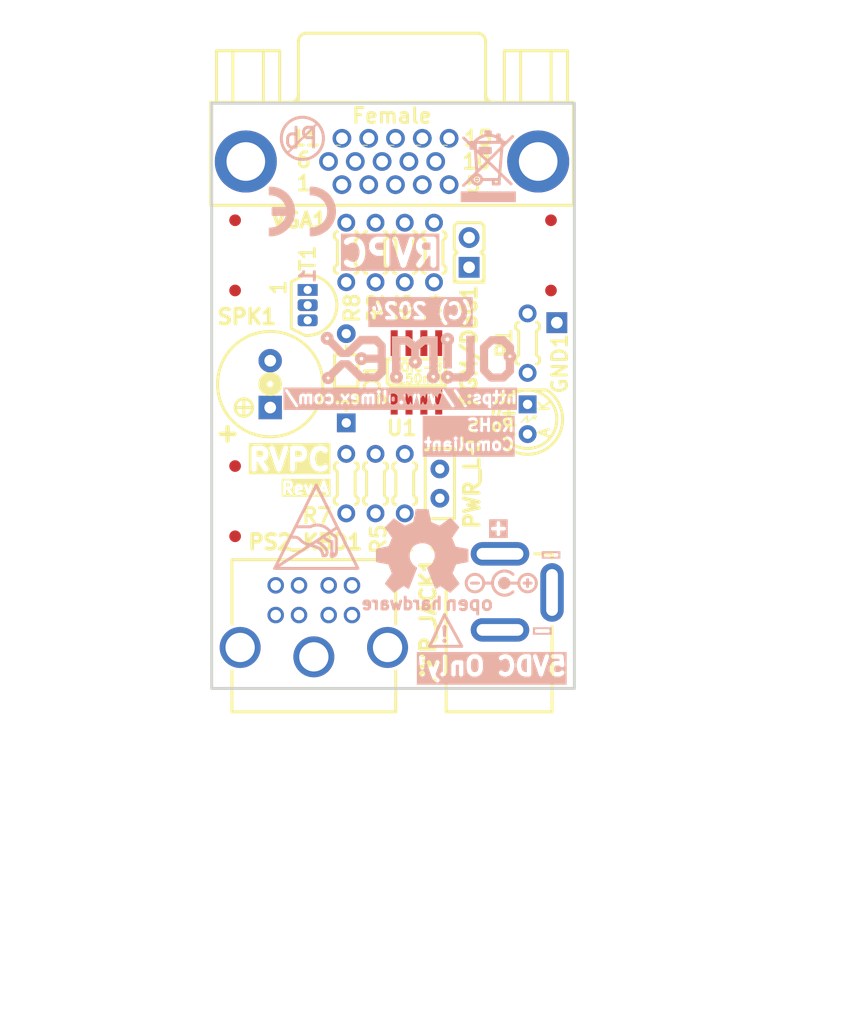
<source format=kicad_pcb>
(kicad_pcb (version 20221018) (generator pcbnew)
  (title_block (title "RVPC") (date "2024-05-14") (rev "A") (company "OLIMEX LTD.") (comment 1 "https://www.olimex.com/"))
  (layers (0 "F.Cu" signal) (31 "B.Cu" signal) (34 "B.Paste" user) (35 "F.Paste" user) (36 "B.SilkS" user "B.Silkscreen") (37 "F.SilkS" user "F.Silkscreen") (38 "B.Mask" user) (39 "F.Mask" user) (44 "Edge.Cuts" user))
  (net 0 "")
  (net 1 "+5V")
  (net 2 "GND")
  (net 3 "Net-(D1-K)")
  (net 4 "Net-(D1-A)")
  (net 11 "/PD1\\SWIO\\KBD_CLK")
  (net 12 "/PA2\\KBD_DAT")
  (net 17 "Net-(PWR_LED1-K)")
  (net 18 "/Red")
  (net 19 "/PC2\\T2CH2_1\\Video_Out")
  (net 20 "/Green")
  (net 21 "/Blue")
  (net 22 "Net-(T1-B)")
  (net 23 "/PC4\\T1CH4_2\\Audio")
  (net 24 "/PD6\\T2CH3_3\\VSync")
  (net 25 "/PC1\\T2CH4_1\\HSync")
  (footprint "OLIMEX_Diodes-FP:DO35_1K_2A" (layer "F.Cu") (at 141.5 93.5 90)
    (fp_text reference "D1" (at 0 2.25 90) (layer "F.SilkS") (effects (font (size 1.27 1.27) (thickness 0.254))))
    (fp_text value "1N4148/DO35")
    (pad "1" thru_hole rect (at -3.81 0 90) (size 1.6 1.6) (drill 0.8) (layers "*.Cu" "*.Mask") (net 3 "Net-(D1-K)"))
    (pad "2" thru_hole circle (at 3.81 0 90) (size 1.6 1.6) (drill 0.8) (layers "*.Cu" "*.Mask") (net 4 "Net-(D1-A)"))
  )
  (footprint "OLIMEX_Transistors-FP:TO-92_PTH" (layer "F.Cu") (at 138.2 87.25 90)
    (fp_text reference "T1" (at 4 0 90) (layer "F.SilkS") (effects (font (size 1.27 1.27) (thickness 0.254) bold)))
    (fp_text value "2N3904")
    (fp_text user "1" (at 2.5 0 90) (layer "B.SilkS") (effects (font (size 1.27 1.27) (thickness 0.254)) (justify mirror)))
    (fp_text user "1" (at 1.5 -2.5 90) (layer "F.SilkS") (effects (font (size 1.27 1.27) (thickness 0.254))))
    (pad "1" thru_hole rect (at 1.3 0 90) (size 1 1.7) (drill 0.7) (layers "*.Cu" "*.Mask") (net 2 "GND"))
    (pad "2" thru_hole roundrect (at 0 0 90) (size 1 1.7) (drill 0.7) (layers "*.Cu" "*.Mask") (net 22 "Net-(T1-B)"))
    (pad "3" thru_hole roundrect (at -1.3 0 90) (size 1 1.7) (drill 0.7) (layers "*.Cu" "*.Mask") (net 4 "Net-(D1-A)"))
  )
  (footprint "OLIMEX_Other-FP:Fiducial1x3_Paste" (layer "F.Cu") (at 132 86)
    (fp_text reference "FID5" hide)
    (fp_text value "Fiducial" hide)
    (pad "Fid1" smd circle locked (at 0 0) (size 1 1) (layers "F.Cu" "F.Paste" "F.Mask") (clearance 1.016))
  )
  (footprint "OLIMEX_Other-FP:Mounting_Hole_Drill-3.3mm_Clerance-7mm" (layer "F.Cu") (at 157 83)
    (fp_text reference "MH3" hide)
    (fp_text value "Mounting_Hole_NPTH" hide)
    (pad "" np_thru_hole circle locked (at 0 0) (size 3.300001 3.300001) (drill 3.300001) (layers "*.Cu" "*.Mask") (clearance 1.85))
  )
  (footprint "OLIMEX_RLC-FP:R_0.125W_PTH" (layer "F.Cu") (at 157 90.5 90)
    (fp_text reference "R1" (at 0 -2 90) (layer "F.SilkS") (effects (font (size 1.27 1.27) (thickness 0.254))))
    (fp_text value "2k/1/8W")
    (pad "1" thru_hole circle (at -2.54 0 90) (size 1.524 1.524) (drill 0.9) (layers "*.Cu" "*.Mask") (net 17 "Net-(PWR_LED1-K)"))
    (pad "2" thru_hole circle (at 2.54 0 90) (size 1.524 1.524) (drill 0.9) (layers "*.Cu" "*.Mask") (net 2 "GND"))
  )
  (footprint "OLIMEX_RLC-FP:R_0.125W_PTH" (layer "F.Cu") (at 141.5 82.75 -90)
    (fp_text reference "R8" (at 4.75 -0.5 90) (layer "F.SilkS") (effects (font (size 1.27 1.27) (thickness 0.254))))
    (fp_text value "2k/1/8W")
    (pad "1" thru_hole circle (at -2.54 0 270) (size 1.524 1.524) (drill 0.9) (layers "*.Cu" "*.Mask") (net 22 "Net-(T1-B)"))
    (pad "2" thru_hole circle (at 2.54 0 270) (size 1.524 1.524) (drill 0.9) (layers "*.Cu" "*.Mask") (net 23 "/PC4\\T1CH4_2\\Audio"))
  )
  (footprint "OLIMEX_Other-FP:Fiducial1x3" (layer "F.Cu") (at 132 80)
    (fp_text reference "FID2" hide)
    (fp_text value "Fiducial" hide)
    (pad "Fid1" connect circle locked (at 0 0) (size 1 1) (layers "F.Cu" "F.Mask") (clearance 1.016))
  )
  (footprint "OLIMEX_RLC-FP:R_0.125W_PTH" (layer "F.Cu") (at 144 82.75 -90)
    (fp_text reference "R2" (at 4.75 0 -90) (layer "F.SilkS") (effects (font (size 1.27 1.27) (thickness 0.254))))
    (fp_text value "470R/1/8W")
    (pad "1" thru_hole circle (at -2.54 0 270) (size 1.524 1.524) (drill 0.9) (layers "*.Cu" "*.Mask") (net 18 "/Red"))
    (pad "2" thru_hole circle (at 2.54 0 270) (size 1.524 1.524) (drill 0.9) (layers "*.Cu" "*.Mask") (net 19 "/PC2\\T2CH2_1\\Video_Out"))
  )
  (footprint "OLIMEX_Connectors-FP:VGA15-F(HDR15-3.08-14.5T)" (layer "F.Cu") (at 145.41 71.37 180)
    (fp_text reference "VGA1" (at 7.91 -8.63) (layer "F.SilkS" knockout) (effects (font (size 1.27 1.27) (thickness 0.3175) bold)))
    (fp_text value "HDR15-3.08-14.5T/VGA15/14.5mm")
    (fp_text user "5" (at -6.939 -5.59) (layer "F.SilkS") (effects (font (size 1.27 1.27) (thickness 0.254))))
    (fp_text user "11" (at 7.366 -1.63) (layer "F.SilkS") (effects (font (size 1.27 1.27) (thickness 0.254))))
    (fp_text user "Female" (at 0 0.3) (layer "F.SilkS") (effects (font (size 1.27 1.27) (thickness 0.254))))
    (fp_text user "15" (at -7.366 -1.63) (layer "F.SilkS") (effects (font (size 1.27 1.27) (thickness 0.254))))
    (fp_text user "6" (at 7.539 -3.483) (layer "F.SilkS") (effects (font (size 1.27 1.27) (thickness 0.254))))
    (fp_text user "10" (at -7.239 -3.61) (layer "F.SilkS") (effects (font (size 1.27 1.27) (thickness 0.254))))
    (fp_text user "1" (at 7.539 -5.463) (layer "F.SilkS") (effects (font (size 1.27 1.27) (thickness 0.254))))
    (pad "1" thru_hole circle locked (at 4.28 -5.59 180) (size 1.6 1.6) (drill 1) (layers "*.Cu" "*.Mask") (net 18 "/Red"))
    (pad "2" thru_hole circle locked (at 1.99 -5.59 180) (size 1.6 1.6) (drill 1) (layers "*.Cu" "*.Mask") (net 20 "/Green"))
    (pad "3" thru_hole circle locked (at -0.3 -5.59 180) (size 1.6 1.6) (drill 1) (layers "*.Cu" "*.Mask") (net 21 "/Blue"))
    (pad "4" thru_hole circle locked (at -2.59 -5.59 180) (size 1.6 1.6) (drill 1) (layers "*.Cu" "*.Mask"))
    (pad "5" thru_hole circle locked (at -4.88 -5.59 180) (size 1.6 1.6) (drill 1) (layers "*.Cu" "*.Mask") (net 2 "GND"))
    (pad "6" thru_hole circle locked (at 5.425 -3.61 180) (size 1.6 1.6) (drill 1) (layers "*.Cu" "*.Mask") (net 2 "GND"))
    (pad "7" thru_hole circle locked (at 3.135 -3.61 180) (size 1.6 1.6) (drill 1) (layers "*.Cu" "*.Mask") (net 2 "GND"))
    (pad "8" thru_hole circle locked (at 0.845 -3.61 180) (size 1.6 1.6) (drill 1) (layers "*.Cu" "*.Mask") (net 2 "GND"))
    (pad "9" thru_hole circle locked (at -1.445 -3.61 180) (size 1.6 1.6) (drill 1) (layers "*.Cu" "*.Mask"))
    (pad "10" thru_hole circle locked (at -3.735 -3.61 180) (size 1.6 1.6) (drill 1) (layers "*.Cu" "*.Mask") (net 2 "GND"))
    (pad "11" thru_hole circle locked (at 4.28 -1.63 180) (size 1.6 1.6) (drill 1) (layers "*.Cu" "*.Mask"))
    (pad "12" thru_hole circle locked (at 1.99 -1.63 180) (size 1.6 1.6) (drill 1) (layers "*.Cu" "*.Mask"))
    (pad "13" thru_hole circle locked (at -0.3 -1.63 180) (size 1.6 1.6) (drill 1) (layers "*.Cu" "*.Mask") (net 25 "/PC1\\T2CH4_1\\HSync"))
    (pad "14" thru_hole circle locked (at -2.59 -1.63 180) (size 1.6 1.6) (drill 1) (layers "*.Cu" "*.Mask") (net 24 "/PD6\\T2CH3_3\\VSync"))
    (pad "15" thru_hole circle locked (at -4.88 -1.63 180) (size 1.6 1.6) (drill 1) (layers "*.Cu" "*.Mask"))
    (pad "16" thru_hole circle locked (at -12.495 -3.61 180) (size 5.3 5.3) (drill 3.3) (layers "*.Cu" "*.Mask") (net 2 "GND"))
    (pad "17" thru_hole circle locked (at 12.495 -3.61 180) (size 5.3 5.3) (drill 3.3) (layers "*.Cu" "*.Mask") (net 2 "GND"))
  )
  (footprint "OLIMEX_Other-FP:TEST_PAD40x70_SQUARE" (layer "F.Cu") (at 159.5 88.75 90)
    (fp_text reference "GND1" (at -3.5 0.25 90) (layer "F.SilkS") (effects (font (size 1.27 1.27) (thickness 0.254))))
    (fp_text value "TESTPAD" hide)
    (pad "1" thru_hole rect (at 0 0 90) (size 1.778 1.778) (drill 1) (layers "*.Cu" "*.Mask") (net 2 "GND"))
  )
  (footprint "OLIMEX_Other-FP:Fiducial1x3" (layer "F.Cu") (at 132 107)
    (fp_text reference "FID1" hide)
    (fp_text value "Fiducial" hide)
    (pad "Fid1" connect circle locked (at 0 0) (size 1 1) (layers "F.Cu" "F.Mask") (clearance 1.016))
  )
  (footprint "OLIMEX_RLC-FP:R_0.125W_PTH" (layer "F.Cu") (at 149 82.75 -90)
    (fp_text reference "R4" (at 4.75 0 -90) (layer "F.SilkS") (effects (font (size 1.27 1.27) (thickness 0.254))))
    (fp_text value "470R/1/8W")
    (pad "1" thru_hole circle (at -2.54 0 270) (size 1.524 1.524) (drill 0.9) (layers "*.Cu" "*.Mask") (net 21 "/Blue"))
    (pad "2" thru_hole circle (at 2.54 0 270) (size 1.524 1.524) (drill 0.9) (layers "*.Cu" "*.Mask") (net 19 "/PC2\\T2CH2_1\\Video_Out"))
  )
  (footprint "OLIMEX_Connectors-FP:PWRJ-2mm(YDJ-1136)" (layer "F.Cu") (at 159.3895 108.5 90)
    (fp_text reference "PWR_JACK1" (at -5.75 -10.8895 90) (layer "F.SilkS" knockout) (effects (font (size 1.27 1.27) (thickness 0.3175) bold)))
    (fp_text value "PWRJ-2mm(YDJ-1134)")
    (pad "+" thru_hole oval locked (at 0 -4.75 90) (size 2 5) (drill oval 1 4) (layers "*.Cu" "*.Mask") (net 1 "+5V"))
    (pad "-" thru_hole oval locked (at -6.5 -4.75 90) (size 2 5) (drill oval 1 4) (layers "*.Cu" "*.Mask") (net 2 "GND"))
    (pad "-" thru_hole oval locked (at -3.3 -0.3 90) (size 5 2) (drill oval 4 1) (layers "*.Cu" "*.Mask") (net 2 "GND"))
  )
  (footprint "OLIMEX_Other-FP:Mounting_Hole_Drill-3.3mm_Clerance-7mm" (layer "F.Cu") (at 134 83)
    (fp_text reference "MH2" hide)
    (fp_text value "Mounting_Hole_NPTH" hide)
    (pad "" np_thru_hole circle locked (at 0 0) (size 3.300001 3.300001) (drill 3.300001) (layers "*.Cu" "*.Mask") (clearance 1.85))
  )
  (footprint "OLIMEX_Other-FP:Mounting_Hole_Drill-3.3mm_Clerance-7mm" (layer "F.Cu") (at 157 104)
    (fp_text reference "MH4" hide)
    (fp_text value "Mounting_Hole_NPTH" hide)
    (pad "" np_thru_hole circle locked (at 0 0) (size 3.300001 3.300001) (drill 3.300001) (layers "*.Cu" "*.Mask") (clearance 1.85))
  )
  (footprint "OLIMEX_RLC-FP:R_0.125W_PTH" (layer "F.Cu") (at 146.5 82.75 -90)
    (fp_text reference "R3" (at 4.75 0 -90) (layer "F.SilkS") (effects (font (size 1.27 1.27) (thickness 0.254))))
    (fp_text value "470R/1/8W")
    (pad "1" thru_hole circle (at -2.54 0 270) (size 1.524 1.524) (drill 0.9) (layers "*.Cu" "*.Mask") (net 20 "/Green"))
    (pad "2" thru_hole circle (at 2.54 0 270) (size 1.524 1.524) (drill 0.9) (layers "*.Cu" "*.Mask") (net 19 "/PC2\\T2CH2_1\\Video_Out"))
  )
  (footprint "OLIMEX_RLC-FP:C2010" (layer "F.Cu") (at 149.5 102.5 90)
    (fp_text reference "C1" (at -4.75 0 90) (layer "F.SilkS") (effects (font (size 1.27 1.27) (thickness 0.254))))
    (fp_text value "100nF/25V/2010")
    (pad "1" thru_hole circle (at -1.25 0 90) (size 1.6 1.6) (drill 0.8) (layers "*.Cu" "*.Mask") (net 2 "GND"))
    (pad "2" thru_hole circle (at 1.25 0 90) (size 1.6 1.6) (drill 0.8) (layers "*.Cu" "*.Mask") (net 1 "+5V"))
  )
  (footprint "OLIMEX_RLC-FP:R_0.125W_PTH" (layer "F.Cu") (at 144 102.5 -90)
    (fp_text reference "R5" (at 4.75 -0.25 -90) (layer "F.SilkS") (effects (font (size 1.27 1.27) (thickness 0.254))))
    (fp_text value "10k/1/8W")
    (pad "1" thru_hole circle (at -2.54 0 270) (size 1.524 1.524) (drill 0.9) (layers "*.Cu" "*.Mask") (net 1 "+5V"))
    (pad "2" thru_hole circle (at 2.54 0 270) (size 1.524 1.524) (drill 0.9) (layers "*.Cu" "*.Mask") (net 12 "/PA2\\KBD_DAT"))
  )
  (footprint "OLIMEX_IC-FP:SOIC-8_150mil" (layer "F.Cu") (at 147.5 93)
    (fp_text reference "U1" (at -1.25 4.75 180) (layer "F.SilkS") (effects (font (size 1.27 1.27) (thickness 0.254))))
    (fp_text value "CH32V003J4M6(SOP8)")
    (fp_text user "SOIC-8" (at 0.05 -0.45) (layer "F.SilkS") (effects (font (size 0.762 0.762) (thickness 0.1905))))
    (fp_text user "o" (at -3.75 3 unlocked) (layer "F.SilkS") (effects (font (size 1.27 1.27) (thickness 0.254) bold) (justify left bottom)))
    (fp_text user "150mil" (at 0.3 0.55) (layer "F.SilkS") (effects (font (size 0.762 0.762) (thickness 0.1905) bold)))
    (pad "1" smd rect (at -1.905 2.5) (size 0.6 2.2) (layers "F.Cu" "F.Paste" "F.Mask") (net 24 "/PD6\\T2CH3_3\\VSync") (clearance 0.0508))
    (pad "2" smd rect (at -0.635 2.5) (size 0.6 2.2) (layers "F.Cu" "F.Paste" "F.Mask") (net 2 "GND") (clearance 0.0508))
    (pad "3" smd rect (at 0.635 2.5) (size 0.6 2.2) (layers "F.Cu" "F.Paste" "F.Mask") (net 12 "/PA2\\KBD_DAT") (clearance 0.0508))
    (pad "4" smd rect (at 1.905 2.5) (size 0.6 2.2) (layers "F.Cu" "F.Paste" "F.Mask") (net 1 "+5V") (clearance 0.0508))
    (pad "5" smd rect (at 1.905 -2.5) (size 0.6 2.2) (layers "F.Cu" "F.Paste" "F.Mask") (net 25 "/PC1\\T2CH4_1\\HSync") (clearance 0.0508))
    (pad "6" smd rect (at 0.635 -2.5) (size 0.6 2.2) (layers "F.Cu" "F.Paste" "F.Mask") (net 19 "/PC2\\T2CH2_1\\Video_Out") (clearance 0.0508))
    (pad "7" smd rect (at -0.635 -2.5) (size 0.6 2.2) (layers "F.Cu" "F.Paste" "F.Mask") (net 23 "/PC4\\T1CH4_2\\Audio") (clearance 0.0508))
    (pad "8" smd rect (at -1.905 -2.5) (size 0.6 2.2) (layers "F.Cu" "F.Paste" "F.Mask") (net 11 "/PD1\\SWIO\\KBD_CLK") (clearance 0.0508))
  )
  (footprint "OLIMEX_RLC-FP:R_0.125W_PTH" (layer "F.Cu") (at 141.5 102.5 90)
    (fp_text reference "R7" (at -2.75 -2.5 180) (layer "F.SilkS") (effects (font (size 1.27 1.27) (thickness 0.254))))
    (fp_text value "100R/1/8W")
    (pad "1" thru_hole circle (at -2.54 0 90) (size 1.524 1.524) (drill 0.9) (layers "*.Cu" "*.Mask") (net 1 "+5V"))
    (pad "2" thru_hole circle (at 2.54 0 90) (size 1.524 1.524) (drill 0.9) (layers "*.Cu" "*.Mask") (net 3 "Net-(D1-K)"))
  )
  (footprint "OLIMEX_Connectors-FP:PS2_MDR6_MINI-DIN" (layer "F.Cu") (at 138.73 115.5)
    (fp_text reference "PS2_KBD1" (at -0.73 -8) (layer "F.SilkS" knockout) (effects (font (size 1.27 1.27) (thickness 0.3175) bold)))
    (fp_text value "MDR6_MINI-DIN")
    (pad "1" thru_hole circle locked (at 1.27 -1.77) (size 1.41 1.41) (drill 0.9) (layers "*.Cu" "*.Mask") (net 12 "/PA2\\KBD_DAT"))
    (pad "2" thru_hole circle locked (at -1.27 -1.77) (size 1.41 1.41) (drill 0.9) (layers "*.Cu" "*.Mask"))
    (pad "3" thru_hole circle locked (at 3.26 -1.77) (size 1.41 1.41) (drill 0.9) (layers "*.Cu" "*.Mask") (net 2 "GND"))
    (pad "4" thru_hole circle locked (at -3.26 -1.77) (size 1.41 1.41) (drill 0.9) (layers "*.Cu" "*.Mask") (net 1 "+5V"))
    (pad "5" thru_hole circle locked (at 3.26 -4.31) (size 1.41 1.41) (drill 0.9) (layers "*.Cu" "*.Mask") (net 11 "/PD1\\SWIO\\KBD_CLK"))
    (pad "6" thru_hole circle locked (at -3.26 -4.31) (size 1.41 1.41) (drill 0.9) (layers "*.Cu" "*.Mask"))
    (pad "7" thru_hole circle locked (at -1.27 -4.31) (size 1.41 1.41) (drill 0.9) (layers "*.Cu" "*.Mask"))
    (pad "8" thru_hole circle locked (at 1.27 -4.31) (size 1.41 1.41) (drill 0.9) (layers "*.Cu" "*.Mask"))
    (pad "9" thru_hole circle locked (at -6.3 1) (size 3.5 3.5) (drill 2.5) (layers "*.Cu" "*.Mask") (net 2 "GND"))
    (pad "9" thru_hole circle locked (at 0 1.8) (size 3.5 3.5) (drill 2.5) (layers "*.Cu" "*.Mask") (net 2 "GND"))
    (pad "9" thru_hole circle locked (at 6.3 1) (size 3.5 3.5) (drill 2.5) (layers "*.Cu" "*.Mask") (net 2 "GND"))
  )
  (footprint "OLIMEX_Other-FP:Fiducial1x3_Paste" (layer "F.Cu") (at 159 86)
    (fp_text reference "FID6" hide)
    (fp_text value "Fiducial" hide)
    (pad "Fid1" smd circle locked (at 0 0) (size 1 1) (layers "F.Cu" "F.Paste" "F.Mask") (clearance 1.016))
  )
  (footprint "OLIMEX_Other-FP:Mounting_Hole_Drill-3.3mm_Clerance-7mm" (layer "F.Cu") (at 134 104)
    (fp_text reference "MH1" hide)
    (fp_text value "Mounting_Hole_NPTH" hide)
    (pad "" np_thru_hole circle locked (at 0 0) (size 3.300001 3.300001) (drill 3.300001) (layers "*.Cu" "*.Mask") (clearance 1.85))
  )
  (footprint "OLIMEX_Other-FP:Fiducial1x3_Paste" (layer "F.Cu") (at 132 101)
    (fp_text reference "FID4" hide)
    (fp_text value "Fiducial" hide)
    (pad "Fid1" smd circle locked (at 0 0) (size 1 1) (layers "F.Cu" "F.Paste" "F.Mask") (clearance 1.016))
  )
  (footprint "OLIMEX_RLC-FP:R_0.125W_PTH" (layer "F.Cu") (at 146.5 102.5 -90)
    (fp_text reference "R6" (at 4.75 0 -90) (layer "F.SilkS") (effects (font (size 1.27 1.27) (thickness 0.254))))
    (fp_text value "10k/1/8W")
    (pad "1" thru_hole circle (at -2.54 0 270) (size 1.524 1.524) (drill 0.9) (layers "*.Cu" "*.Mask") (net 1 "+5V"))
    (pad "2" thru_hole circle (at 2.54 0 270) (size 1.524 1.524) (drill 0.9) (layers "*.Cu" "*.Mask") (net 11 "/PD1\\SWIO\\KBD_CLK"))
  )
  (footprint "OLIMEX_Other-FP:Fiducial1x3" (layer "F.Cu") (at 159 80)
    (fp_text reference "FID3" hide)
    (fp_text value "Fiducial" hide)
    (pad "Fid1" connect circle locked (at 0 0) (size 1 1) (layers "F.Cu" "F.Mask") (clearance 1.016))
  )
  (footprint "OLIMEX_LEDs-FP:LED-5mm-PTH-KA" (layer "F.Cu") (at 157 97 -90)
    (fp_text reference "PWR_LED1" (at 4.5 4.75 90) (layer "F.SilkS" knockout) (effects (font (size 1.27 1.27) (thickness 0.3175) bold)))
    (fp_text value "LED/PTH/5MM/RED")
    (fp_text user "K" (at -1.143 -1.397 90) (layer "F.SilkS") (effects (font (size 0.889 0.889) (thickness 0.2032))))
    (fp_text user "A" (at 1.143 -1.397 90) (layer "F.SilkS") (effects (font (size 0.889 0.889) (thickness 0.2032))))
    (pad "1" thru_hole rect locked (at -1.27 0 90) (size 1.524 1.524) (drill 0.8) (layers "*.Cu" "*.Mask") (net 17 "Net-(PWR_LED1-K)"))
    (pad "2" thru_hole circle locked (at 1.27 0 90) (size 1.524 1.524) (drill 0.8) (layers "*.Cu" "*.Mask") (net 1 "+5V"))
  )
  (footprint "OLIMEX_Devices-FP:Speaker_QMB-09B-03_1-Plus_2-Minus" (layer "F.Cu") (at 135 94 90)
    (fp_text reference "SPK1" (at 5.75 -2 180) (layer "F.SilkS" knockout) (effects (font (size 1.27 1.27) (thickness 0.3175) bold)))
    (fp_text value "Speaker_QMB-09B-03(1.5-5.0V_2.7kHz_F9.0mm*H5.5mm)")
    (fp_text user "+" (at -4.25 -3.75 90) (layer "F.SilkS") (effects (font (size 1.524 1.524) (thickness 0.381))))
    (pad "1" thru_hole rect locked (at -2 0 90) (size 2 2) (drill 1) (layers "*.Cu" "*.Mask") (net 3 "Net-(D1-K)"))
    (pad "2" thru_hole circle locked (at 2 0 90) (size 2 2) (drill 1) (layers "*.Cu" "*.Mask") (net 4 "Net-(D1-A)"))
  )
  (footprint "OLIMEX_Connectors-FP:HN1x2" (layer "F.Cu") (at 152 82.75 90)
    (fp_text reference "PGM/DBG1" (at -8 0 90) (layer "F.SilkS" knockout) (effects (font (size 1.27 1.27) (thickness 0.3175) bold)))
    (fp_text value "NA(HN1x2)")
    (pad "1" thru_hole rect (at -1.27 0 90) (size 1.778 1.778) (drill 1) (layers "*.Cu" "*.Mask") (net 11 "/PD1\\SWIO\\KBD_CLK"))
    (pad "2" thru_hole circle (at 1.27 0 90) (size 1.778 1.778) (drill 1) (layers "*.Cu" "*.Mask") (net 2 "GND"))
  )
  (footprint "OLIMEX_Signs-FP:Sign_OSHW_8x8" (layer "B.Cu") (at 148 108.74569 180)
    (fp_text reference "Sign_OSHW_8x8" hide)
    (fp_text value "Sign_OSHW_8x8" hide)
    (fp_text user "open" (at -4 -4.00431) (layer "B.SilkS") (effects (font (size 1.143 1.143) (thickness 0.254)) (justify mirror)))
    (fp_text user "hardware" (at 1.75 -4.00431) (layer "B.SilkS") (effects (font (size 1.016 1.016) (thickness 0.254) bold) (justify mirror)))
  )
  (footprint "OLIMEX_Signs-FP:Logo_OLIMEX_TB" (layer "B.Cu") (at 147.5 91.75 180)
    (fp_text reference "Logo_OLIMEX_TB" hide)
    (fp_text value "Logo_OLIMEX_TB" hide)
  )
  (footprint "OLIMEX_Signs-FP:Sign_RecycleBin_1" (layer "B.Cu") (at 155.9725 78.423 180)
    (fp_text reference "Sign_RecycleBin_1" hide)
    (fp_text value "Sign_RecycleBin_1" hide)
  )
  (footprint "OLIMEX_Signs-FP:Sign_PB-Free" (layer "B.Cu") (at 137.5468 73.31496 180)
    (fp_text reference "Sign_PB-Free")
    (fp_text value "Sign_PB-Free")
    (fp_text user "Pb" (at -0.08636 0.33528) (layer "B.SilkS") (effects (font (size 1.7 1.5) (thickness 0.254)) (justify mirror)))
  )
  (footprint "OLIMEX_Signs-FP:Sign_Antistatic" (layer "B.Cu") (at 142.4945 109.7445 180)
    (fp_text reference "Sign_Antistatic" hide)
    (fp_text value "Sign_Antistatic" hide)
  )
  (footprint "OLIMEX_Signs-FP:CE_Sign" (layer "B.Cu") (at 136.75 79.25 180)
    (fp_text reference "Sign_CE" hide)
    (fp_text value "CE_Sign" hide)
  )
  (gr_circle (center 157 111) (end 157.75 111) (stroke (width 0.254)) (fill none) (layer "B.SilkS"))
  (gr_line (start 155.4 111) (end 156.25 111) (stroke (width 0.254)) (layer "B.SilkS"))
  (gr_line (start 156.7 111) (end 157.3 111) (stroke (width 0.254)) (layer "B.SilkS"))
  (gr_line (start 152.2 111) (end 152.8 111) (stroke (width 0.254)) (layer "B.SilkS"))
  (gr_line (start 157 110.7) (end 157 111.3) (stroke (width 0.254)) (layer "B.SilkS"))
  (gr_circle (center 155 111) (end 155.4 111) (stroke (width 0.254)) (fill solid) (layer "B.SilkS"))
  (gr_line (start 148.625 116.4) (end 151.375 116.4) (stroke (width 0.254)) (layer "B.SilkS"))
  (gr_arc (start 155.75 111.75) (mid 154 111) (end 155.75 110.25) (stroke (width 0.254)) (layer "B.SilkS"))
  (gr_line (start 149.9 113.7) (end 148.625 116.4) (stroke (width 0.254)) (layer "B.SilkS"))
  (gr_line (start 153.25 111) (end 154 111) (stroke (width 0.254)) (layer "B.SilkS"))
  (gr_circle (center 152.5 111) (end 153.25 111) (stroke (width 0.254)) (fill none) (layer "B.SilkS"))
  (gr_line (start 151.375 116.4) (end 149.9 113.7) (stroke (width 0.254)) (layer "B.SilkS"))
  (gr_rect (start 130 70) (end 161 120) (stroke (width 0.254)) (fill none) (layer "Edge.Cuts"))
  (gr_text "RoHS\nCompliant" (at 156 99.75) (layer "B.SilkS" knockout) (effects (font (size 1.016 1.016) (thickness 0.254) bold) (justify left bottom mirror)))
  (gr_text "-" (at 160 109.25) (layer "B.SilkS" knockout) (effects (font (size 1.27 1.27) (thickness 0.3175) bold) (justify left bottom mirror)))
  (gr_text "(C) 2024" (at 152.5 88.5) (layer "B.SilkS" knockout) (effects (font (size 1.27 1.27) (thickness 0.3175) bold) (justify left bottom mirror)))
  (gr_text "-" (at 159.25 115.75) (layer "B.SilkS" knockout) (effects (font (size 1.27 1.27) (thickness 0.3175) bold) (justify left bottom mirror)))
  (gr_text "RVPC" (at 149.8 84.1) (layer "B.SilkS" knockout) (effects (font (size 2.159 2.159) (thickness 0.508) bold) (justify left bottom mirror)))
  (gr_text "!" (at 150.375 116.15) (layer "B.SilkS") (effects (font (size 1.27 1.27) (thickness 0.254) bold) (justify left bottom mirror)))
  (gr_text "+" (at 155.5 107) (layer "B.SilkS" knockout) (effects (font (size 1.27 1.27) (thickness 0.3175) bold) (justify left bottom mirror)))
  (gr_text "5VDC Only!" (at 160.5 119) (layer "B.SilkS" knockout) (effects (font (size 1.524 1.524) (thickness 0.381) bold) (justify left bottom mirror)))
  (gr_text "https://www.olimex.com/" (at 156.25 95.75) (layer "B.SilkS" knockout) (effects (font (size 1.016 1.016) (thickness 0.254) bold) (justify left bottom mirror)))
  (gr_text "RVPC" (at 132.9 101.5) (layer "F.SilkS" knockout) (effects (font (size 1.778 1.778) (thickness 0.4445) bold) (justify left bottom)))
  (gr_text "Rev.A" (at 135.825 103.5) (layer "F.SilkS" knockout) (effects (font (size 1.016 1.016) (thickness 0.254) bold) (justify left bottom)))
)
</source>
